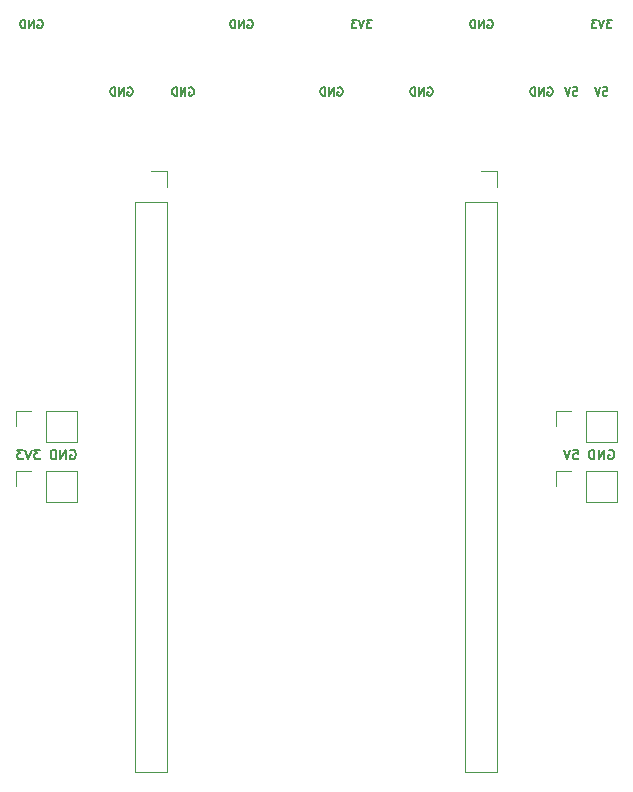
<source format=gbr>
%TF.GenerationSoftware,KiCad,Pcbnew,(5.1.9)-1*%
%TF.CreationDate,2022-02-08T17:06:21+09:00*%
%TF.ProjectId,pi-extend,70692d65-7874-4656-9e64-2e6b69636164,rev?*%
%TF.SameCoordinates,Original*%
%TF.FileFunction,Legend,Bot*%
%TF.FilePolarity,Positive*%
%FSLAX46Y46*%
G04 Gerber Fmt 4.6, Leading zero omitted, Abs format (unit mm)*
G04 Created by KiCad (PCBNEW (5.1.9)-1) date 2022-02-08 17:06:21*
%MOMM*%
%LPD*%
G01*
G04 APERTURE LIST*
%ADD10C,0.150000*%
%ADD11C,0.120000*%
G04 APERTURE END LIST*
D10*
X182397333Y-70389000D02*
X182464000Y-70355666D01*
X182564000Y-70355666D01*
X182664000Y-70389000D01*
X182730666Y-70455666D01*
X182764000Y-70522333D01*
X182797333Y-70655666D01*
X182797333Y-70755666D01*
X182764000Y-70889000D01*
X182730666Y-70955666D01*
X182664000Y-71022333D01*
X182564000Y-71055666D01*
X182497333Y-71055666D01*
X182397333Y-71022333D01*
X182364000Y-70989000D01*
X182364000Y-70755666D01*
X182497333Y-70755666D01*
X182064000Y-71055666D02*
X182064000Y-70355666D01*
X181664000Y-71055666D01*
X181664000Y-70355666D01*
X181330666Y-71055666D02*
X181330666Y-70355666D01*
X181164000Y-70355666D01*
X181064000Y-70389000D01*
X180997333Y-70455666D01*
X180964000Y-70522333D01*
X180930666Y-70655666D01*
X180930666Y-70755666D01*
X180964000Y-70889000D01*
X180997333Y-70955666D01*
X181064000Y-71022333D01*
X181164000Y-71055666D01*
X181330666Y-71055666D01*
X172237333Y-70389000D02*
X172304000Y-70355666D01*
X172404000Y-70355666D01*
X172504000Y-70389000D01*
X172570666Y-70455666D01*
X172604000Y-70522333D01*
X172637333Y-70655666D01*
X172637333Y-70755666D01*
X172604000Y-70889000D01*
X172570666Y-70955666D01*
X172504000Y-71022333D01*
X172404000Y-71055666D01*
X172337333Y-71055666D01*
X172237333Y-71022333D01*
X172204000Y-70989000D01*
X172204000Y-70755666D01*
X172337333Y-70755666D01*
X171904000Y-71055666D02*
X171904000Y-70355666D01*
X171504000Y-71055666D01*
X171504000Y-70355666D01*
X171170666Y-71055666D02*
X171170666Y-70355666D01*
X171004000Y-70355666D01*
X170904000Y-70389000D01*
X170837333Y-70455666D01*
X170804000Y-70522333D01*
X170770666Y-70655666D01*
X170770666Y-70755666D01*
X170804000Y-70889000D01*
X170837333Y-70955666D01*
X170904000Y-71022333D01*
X171004000Y-71055666D01*
X171170666Y-71055666D01*
X167490666Y-64640666D02*
X167057333Y-64640666D01*
X167290666Y-64907333D01*
X167190666Y-64907333D01*
X167124000Y-64940666D01*
X167090666Y-64974000D01*
X167057333Y-65040666D01*
X167057333Y-65207333D01*
X167090666Y-65274000D01*
X167124000Y-65307333D01*
X167190666Y-65340666D01*
X167390666Y-65340666D01*
X167457333Y-65307333D01*
X167490666Y-65274000D01*
X166857333Y-64640666D02*
X166624000Y-65340666D01*
X166390666Y-64640666D01*
X166224000Y-64640666D02*
X165790666Y-64640666D01*
X166024000Y-64907333D01*
X165924000Y-64907333D01*
X165857333Y-64940666D01*
X165824000Y-64974000D01*
X165790666Y-65040666D01*
X165790666Y-65207333D01*
X165824000Y-65274000D01*
X165857333Y-65307333D01*
X165924000Y-65340666D01*
X166124000Y-65340666D01*
X166190666Y-65307333D01*
X166224000Y-65274000D01*
X156997333Y-64674000D02*
X157064000Y-64640666D01*
X157164000Y-64640666D01*
X157264000Y-64674000D01*
X157330666Y-64740666D01*
X157364000Y-64807333D01*
X157397333Y-64940666D01*
X157397333Y-65040666D01*
X157364000Y-65174000D01*
X157330666Y-65240666D01*
X157264000Y-65307333D01*
X157164000Y-65340666D01*
X157097333Y-65340666D01*
X156997333Y-65307333D01*
X156964000Y-65274000D01*
X156964000Y-65040666D01*
X157097333Y-65040666D01*
X156664000Y-65340666D02*
X156664000Y-64640666D01*
X156264000Y-65340666D01*
X156264000Y-64640666D01*
X155930666Y-65340666D02*
X155930666Y-64640666D01*
X155764000Y-64640666D01*
X155664000Y-64674000D01*
X155597333Y-64740666D01*
X155564000Y-64807333D01*
X155530666Y-64940666D01*
X155530666Y-65040666D01*
X155564000Y-65174000D01*
X155597333Y-65240666D01*
X155664000Y-65307333D01*
X155764000Y-65340666D01*
X155930666Y-65340666D01*
X139217333Y-64674000D02*
X139284000Y-64640666D01*
X139384000Y-64640666D01*
X139484000Y-64674000D01*
X139550666Y-64740666D01*
X139584000Y-64807333D01*
X139617333Y-64940666D01*
X139617333Y-65040666D01*
X139584000Y-65174000D01*
X139550666Y-65240666D01*
X139484000Y-65307333D01*
X139384000Y-65340666D01*
X139317333Y-65340666D01*
X139217333Y-65307333D01*
X139184000Y-65274000D01*
X139184000Y-65040666D01*
X139317333Y-65040666D01*
X138884000Y-65340666D02*
X138884000Y-64640666D01*
X138484000Y-65340666D01*
X138484000Y-64640666D01*
X138150666Y-65340666D02*
X138150666Y-64640666D01*
X137984000Y-64640666D01*
X137884000Y-64674000D01*
X137817333Y-64740666D01*
X137784000Y-64807333D01*
X137750666Y-64940666D01*
X137750666Y-65040666D01*
X137784000Y-65174000D01*
X137817333Y-65240666D01*
X137884000Y-65307333D01*
X137984000Y-65340666D01*
X138150666Y-65340666D01*
X146837333Y-70389000D02*
X146904000Y-70355666D01*
X147004000Y-70355666D01*
X147104000Y-70389000D01*
X147170666Y-70455666D01*
X147204000Y-70522333D01*
X147237333Y-70655666D01*
X147237333Y-70755666D01*
X147204000Y-70889000D01*
X147170666Y-70955666D01*
X147104000Y-71022333D01*
X147004000Y-71055666D01*
X146937333Y-71055666D01*
X146837333Y-71022333D01*
X146804000Y-70989000D01*
X146804000Y-70755666D01*
X146937333Y-70755666D01*
X146504000Y-71055666D02*
X146504000Y-70355666D01*
X146104000Y-71055666D01*
X146104000Y-70355666D01*
X145770666Y-71055666D02*
X145770666Y-70355666D01*
X145604000Y-70355666D01*
X145504000Y-70389000D01*
X145437333Y-70455666D01*
X145404000Y-70522333D01*
X145370666Y-70655666D01*
X145370666Y-70755666D01*
X145404000Y-70889000D01*
X145437333Y-70955666D01*
X145504000Y-71022333D01*
X145604000Y-71055666D01*
X145770666Y-71055666D01*
X152044333Y-70389000D02*
X152111000Y-70355666D01*
X152211000Y-70355666D01*
X152311000Y-70389000D01*
X152377666Y-70455666D01*
X152411000Y-70522333D01*
X152444333Y-70655666D01*
X152444333Y-70755666D01*
X152411000Y-70889000D01*
X152377666Y-70955666D01*
X152311000Y-71022333D01*
X152211000Y-71055666D01*
X152144333Y-71055666D01*
X152044333Y-71022333D01*
X152011000Y-70989000D01*
X152011000Y-70755666D01*
X152144333Y-70755666D01*
X151711000Y-71055666D02*
X151711000Y-70355666D01*
X151311000Y-71055666D01*
X151311000Y-70355666D01*
X150977666Y-71055666D02*
X150977666Y-70355666D01*
X150811000Y-70355666D01*
X150711000Y-70389000D01*
X150644333Y-70455666D01*
X150611000Y-70522333D01*
X150577666Y-70655666D01*
X150577666Y-70755666D01*
X150611000Y-70889000D01*
X150644333Y-70955666D01*
X150711000Y-71022333D01*
X150811000Y-71055666D01*
X150977666Y-71055666D01*
X164617333Y-70389000D02*
X164684000Y-70355666D01*
X164784000Y-70355666D01*
X164884000Y-70389000D01*
X164950666Y-70455666D01*
X164984000Y-70522333D01*
X165017333Y-70655666D01*
X165017333Y-70755666D01*
X164984000Y-70889000D01*
X164950666Y-70955666D01*
X164884000Y-71022333D01*
X164784000Y-71055666D01*
X164717333Y-71055666D01*
X164617333Y-71022333D01*
X164584000Y-70989000D01*
X164584000Y-70755666D01*
X164717333Y-70755666D01*
X164284000Y-71055666D02*
X164284000Y-70355666D01*
X163884000Y-71055666D01*
X163884000Y-70355666D01*
X163550666Y-71055666D02*
X163550666Y-70355666D01*
X163384000Y-70355666D01*
X163284000Y-70389000D01*
X163217333Y-70455666D01*
X163184000Y-70522333D01*
X163150666Y-70655666D01*
X163150666Y-70755666D01*
X163184000Y-70889000D01*
X163217333Y-70955666D01*
X163284000Y-71022333D01*
X163384000Y-71055666D01*
X163550666Y-71055666D01*
X177317333Y-64674000D02*
X177384000Y-64640666D01*
X177484000Y-64640666D01*
X177584000Y-64674000D01*
X177650666Y-64740666D01*
X177684000Y-64807333D01*
X177717333Y-64940666D01*
X177717333Y-65040666D01*
X177684000Y-65174000D01*
X177650666Y-65240666D01*
X177584000Y-65307333D01*
X177484000Y-65340666D01*
X177417333Y-65340666D01*
X177317333Y-65307333D01*
X177284000Y-65274000D01*
X177284000Y-65040666D01*
X177417333Y-65040666D01*
X176984000Y-65340666D02*
X176984000Y-64640666D01*
X176584000Y-65340666D01*
X176584000Y-64640666D01*
X176250666Y-65340666D02*
X176250666Y-64640666D01*
X176084000Y-64640666D01*
X175984000Y-64674000D01*
X175917333Y-64740666D01*
X175884000Y-64807333D01*
X175850666Y-64940666D01*
X175850666Y-65040666D01*
X175884000Y-65174000D01*
X175917333Y-65240666D01*
X175984000Y-65307333D01*
X176084000Y-65340666D01*
X176250666Y-65340666D01*
X187810666Y-64640666D02*
X187377333Y-64640666D01*
X187610666Y-64907333D01*
X187510666Y-64907333D01*
X187444000Y-64940666D01*
X187410666Y-64974000D01*
X187377333Y-65040666D01*
X187377333Y-65207333D01*
X187410666Y-65274000D01*
X187444000Y-65307333D01*
X187510666Y-65340666D01*
X187710666Y-65340666D01*
X187777333Y-65307333D01*
X187810666Y-65274000D01*
X187177333Y-64640666D02*
X186944000Y-65340666D01*
X186710666Y-64640666D01*
X186544000Y-64640666D02*
X186110666Y-64640666D01*
X186344000Y-64907333D01*
X186244000Y-64907333D01*
X186177333Y-64940666D01*
X186144000Y-64974000D01*
X186110666Y-65040666D01*
X186110666Y-65207333D01*
X186144000Y-65274000D01*
X186177333Y-65307333D01*
X186244000Y-65340666D01*
X186444000Y-65340666D01*
X186510666Y-65307333D01*
X186544000Y-65274000D01*
X184537333Y-70355666D02*
X184870666Y-70355666D01*
X184904000Y-70689000D01*
X184870666Y-70655666D01*
X184804000Y-70622333D01*
X184637333Y-70622333D01*
X184570666Y-70655666D01*
X184537333Y-70689000D01*
X184504000Y-70755666D01*
X184504000Y-70922333D01*
X184537333Y-70989000D01*
X184570666Y-71022333D01*
X184637333Y-71055666D01*
X184804000Y-71055666D01*
X184870666Y-71022333D01*
X184904000Y-70989000D01*
X184304000Y-70355666D02*
X184070666Y-71055666D01*
X183837333Y-70355666D01*
X187077333Y-70355666D02*
X187410666Y-70355666D01*
X187444000Y-70689000D01*
X187410666Y-70655666D01*
X187344000Y-70622333D01*
X187177333Y-70622333D01*
X187110666Y-70655666D01*
X187077333Y-70689000D01*
X187044000Y-70755666D01*
X187044000Y-70922333D01*
X187077333Y-70989000D01*
X187110666Y-71022333D01*
X187177333Y-71055666D01*
X187344000Y-71055666D01*
X187410666Y-71022333D01*
X187444000Y-70989000D01*
X186844000Y-70355666D02*
X186610666Y-71055666D01*
X186377333Y-70355666D01*
X141973047Y-101073000D02*
X142049238Y-101034904D01*
X142163523Y-101034904D01*
X142277809Y-101073000D01*
X142354000Y-101149190D01*
X142392095Y-101225380D01*
X142430190Y-101377761D01*
X142430190Y-101492047D01*
X142392095Y-101644428D01*
X142354000Y-101720619D01*
X142277809Y-101796809D01*
X142163523Y-101834904D01*
X142087333Y-101834904D01*
X141973047Y-101796809D01*
X141934952Y-101758714D01*
X141934952Y-101492047D01*
X142087333Y-101492047D01*
X141592095Y-101834904D02*
X141592095Y-101034904D01*
X141134952Y-101834904D01*
X141134952Y-101034904D01*
X140754000Y-101834904D02*
X140754000Y-101034904D01*
X140563523Y-101034904D01*
X140449238Y-101073000D01*
X140373047Y-101149190D01*
X140334952Y-101225380D01*
X140296857Y-101377761D01*
X140296857Y-101492047D01*
X140334952Y-101644428D01*
X140373047Y-101720619D01*
X140449238Y-101796809D01*
X140563523Y-101834904D01*
X140754000Y-101834904D01*
X139420666Y-101034904D02*
X138925428Y-101034904D01*
X139192095Y-101339666D01*
X139077809Y-101339666D01*
X139001619Y-101377761D01*
X138963523Y-101415857D01*
X138925428Y-101492047D01*
X138925428Y-101682523D01*
X138963523Y-101758714D01*
X139001619Y-101796809D01*
X139077809Y-101834904D01*
X139306380Y-101834904D01*
X139382571Y-101796809D01*
X139420666Y-101758714D01*
X138696857Y-101034904D02*
X138430190Y-101834904D01*
X138163523Y-101034904D01*
X137973047Y-101034904D02*
X137477809Y-101034904D01*
X137744476Y-101339666D01*
X137630190Y-101339666D01*
X137554000Y-101377761D01*
X137515904Y-101415857D01*
X137477809Y-101492047D01*
X137477809Y-101682523D01*
X137515904Y-101758714D01*
X137554000Y-101796809D01*
X137630190Y-101834904D01*
X137858761Y-101834904D01*
X137934952Y-101796809D01*
X137973047Y-101758714D01*
X187566095Y-101073000D02*
X187642285Y-101034904D01*
X187756571Y-101034904D01*
X187870857Y-101073000D01*
X187947047Y-101149190D01*
X187985142Y-101225380D01*
X188023238Y-101377761D01*
X188023238Y-101492047D01*
X187985142Y-101644428D01*
X187947047Y-101720619D01*
X187870857Y-101796809D01*
X187756571Y-101834904D01*
X187680380Y-101834904D01*
X187566095Y-101796809D01*
X187528000Y-101758714D01*
X187528000Y-101492047D01*
X187680380Y-101492047D01*
X187185142Y-101834904D02*
X187185142Y-101034904D01*
X186728000Y-101834904D01*
X186728000Y-101034904D01*
X186347047Y-101834904D02*
X186347047Y-101034904D01*
X186156571Y-101034904D01*
X186042285Y-101073000D01*
X185966095Y-101149190D01*
X185928000Y-101225380D01*
X185889904Y-101377761D01*
X185889904Y-101492047D01*
X185928000Y-101644428D01*
X185966095Y-101720619D01*
X186042285Y-101796809D01*
X186156571Y-101834904D01*
X186347047Y-101834904D01*
X184556571Y-101034904D02*
X184937523Y-101034904D01*
X184975619Y-101415857D01*
X184937523Y-101377761D01*
X184861333Y-101339666D01*
X184670857Y-101339666D01*
X184594666Y-101377761D01*
X184556571Y-101415857D01*
X184518476Y-101492047D01*
X184518476Y-101682523D01*
X184556571Y-101758714D01*
X184594666Y-101796809D01*
X184670857Y-101834904D01*
X184861333Y-101834904D01*
X184937523Y-101796809D01*
X184975619Y-101758714D01*
X184289904Y-101034904D02*
X184023238Y-101834904D01*
X183756571Y-101034904D01*
D11*
%TO.C,J7*%
X188274000Y-102810000D02*
X188274000Y-105470000D01*
X185674000Y-102810000D02*
X188274000Y-102810000D01*
X185674000Y-105470000D02*
X188274000Y-105470000D01*
X185674000Y-102810000D02*
X185674000Y-105470000D01*
X184404000Y-102810000D02*
X183074000Y-102810000D01*
X183074000Y-102810000D02*
X183074000Y-104140000D01*
%TO.C,J6*%
X142554000Y-102810000D02*
X142554000Y-105470000D01*
X139954000Y-102810000D02*
X142554000Y-102810000D01*
X139954000Y-105470000D02*
X142554000Y-105470000D01*
X139954000Y-102810000D02*
X139954000Y-105470000D01*
X138684000Y-102810000D02*
X137354000Y-102810000D01*
X137354000Y-102810000D02*
X137354000Y-104140000D01*
%TO.C,J2*%
X150148600Y-128355400D02*
X147488600Y-128355400D01*
X150148600Y-80035400D02*
X150148600Y-128355400D01*
X147488600Y-80035400D02*
X147488600Y-128355400D01*
X150148600Y-80035400D02*
X147488600Y-80035400D01*
X150148600Y-78765400D02*
X150148600Y-77435400D01*
X150148600Y-77435400D02*
X148818600Y-77435400D01*
%TO.C,J3*%
X178088600Y-77435400D02*
X176758600Y-77435400D01*
X178088600Y-78765400D02*
X178088600Y-77435400D01*
X178088600Y-80035400D02*
X175428600Y-80035400D01*
X175428600Y-80035400D02*
X175428600Y-128355400D01*
X178088600Y-80035400D02*
X178088600Y-128355400D01*
X178088600Y-128355400D02*
X175428600Y-128355400D01*
%TO.C,J4*%
X142554000Y-97730000D02*
X142554000Y-100390000D01*
X139954000Y-97730000D02*
X142554000Y-97730000D01*
X139954000Y-100390000D02*
X142554000Y-100390000D01*
X139954000Y-97730000D02*
X139954000Y-100390000D01*
X138684000Y-97730000D02*
X137354000Y-97730000D01*
X137354000Y-97730000D02*
X137354000Y-99060000D01*
%TO.C,J5*%
X188274000Y-97730000D02*
X188274000Y-100390000D01*
X185674000Y-97730000D02*
X188274000Y-97730000D01*
X185674000Y-100390000D02*
X188274000Y-100390000D01*
X185674000Y-97730000D02*
X185674000Y-100390000D01*
X184404000Y-97730000D02*
X183074000Y-97730000D01*
X183074000Y-97730000D02*
X183074000Y-99060000D01*
%TD*%
M02*

</source>
